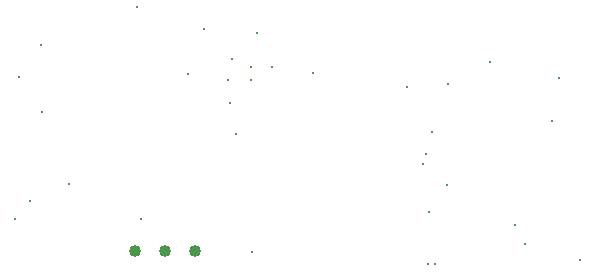
<source format=gbr>
%TF.GenerationSoftware,Altium Limited,Altium Designer,25.8.1 (18)*%
G04 Layer_Color=0*
%FSLAX45Y45*%
%MOMM*%
%TF.SameCoordinates,F12643A6-E706-4D02-AF57-F860C154D257*%
%TF.FilePolarity,Positive*%
%TF.FileFunction,Plated,1,4,PTH,Drill*%
%TF.Part,Single*%
G01*
G75*
%TA.AperFunction,ComponentDrill*%
%ADD72C,1.02000*%
%TA.AperFunction,ViaDrill,NotFilled*%
%ADD73C,0.20000*%
D72*
X-1316286Y-921016D02*
D03*
X-1570286D02*
D03*
X-1824286D02*
D03*
D73*
X-2618647Y254580D02*
D03*
X-2840431Y-644300D02*
D03*
X-2718643Y-499133D02*
D03*
X-795420Y923674D02*
D03*
X-836646Y-928091D02*
D03*
X-975362Y73648D02*
D03*
X-668022Y640068D02*
D03*
X-1005842Y706108D02*
D03*
X640078Y-96532D02*
D03*
X612138Y-182892D02*
D03*
X708658Y-1026172D02*
D03*
X817878Y-355612D02*
D03*
X-2806702Y558788D02*
D03*
X-320042Y586728D02*
D03*
X-845822Y640068D02*
D03*
X688338Y90839D02*
D03*
X1701798Y185408D02*
D03*
X1385888Y-695972D02*
D03*
X1475992Y-856815D02*
D03*
X-1038862Y530848D02*
D03*
X-848220D02*
D03*
X-1023337Y334984D02*
D03*
X-2385062Y-347992D02*
D03*
X-2626362Y826006D02*
D03*
X660398Y-584212D02*
D03*
X1943098Y-998232D02*
D03*
X652778Y-1031252D02*
D03*
X-1811022Y1145528D02*
D03*
X1760218Y543548D02*
D03*
X820418Y492748D02*
D03*
X1178558Y683248D02*
D03*
X472438Y472428D02*
D03*
X-1381853Y582629D02*
D03*
X-1241853Y957568D02*
D03*
X-1772922Y-647712D02*
D03*
%TF.MD5,e79f879f82d3fcdfa5d483636c235067*%
M02*

</source>
